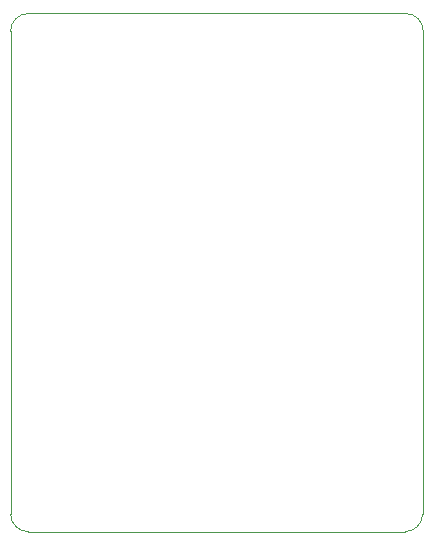
<source format=gbr>
%TF.GenerationSoftware,KiCad,Pcbnew,8.0.5*%
%TF.CreationDate,2024-12-18T16:59:37+03:00*%
%TF.ProjectId,Traffic_Light_For_Arduino,54726166-6669-4635-9f4c-696768745f46,V01*%
%TF.SameCoordinates,Original*%
%TF.FileFunction,Profile,NP*%
%FSLAX46Y46*%
G04 Gerber Fmt 4.6, Leading zero omitted, Abs format (unit mm)*
G04 Created by KiCad (PCBNEW 8.0.5) date 2024-12-18 16:59:37*
%MOMM*%
%LPD*%
G01*
G04 APERTURE LIST*
%TA.AperFunction,Profile*%
%ADD10C,0.050000*%
%TD*%
G04 APERTURE END LIST*
D10*
X145060660Y-61560660D02*
X145060660Y-102439340D01*
X178439340Y-103939340D02*
X146560660Y-103939340D01*
X146560660Y-60060660D02*
X178500000Y-60060660D01*
X180000000Y-61560660D02*
X179939340Y-102439340D01*
X145060660Y-61560660D02*
G75*
G02*
X146560660Y-60060660I1500000J0D01*
G01*
X146560660Y-103939340D02*
G75*
G02*
X145060660Y-102439340I0J1500000D01*
G01*
X179939340Y-102439340D02*
G75*
G02*
X178439340Y-103939340I-1500000J0D01*
G01*
X178500000Y-60060660D02*
G75*
G02*
X180000000Y-61560660I0J-1500000D01*
G01*
M02*

</source>
